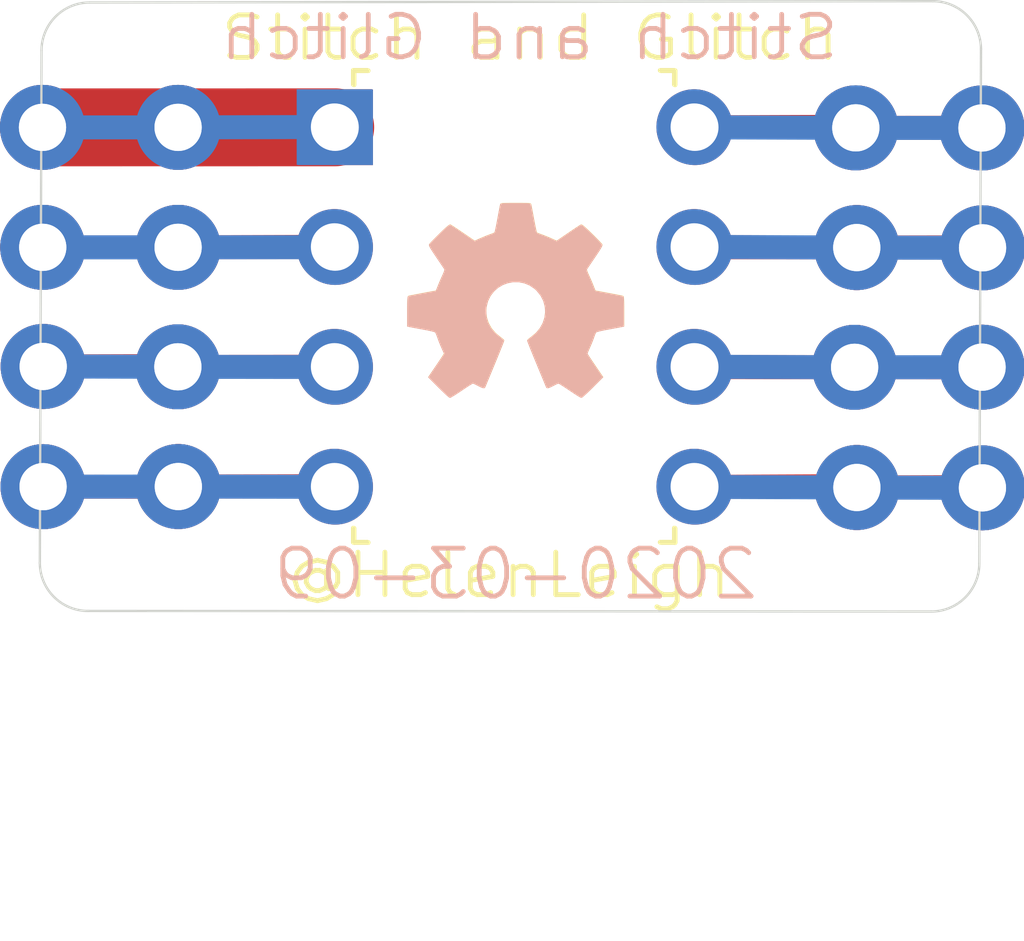
<source format=kicad_pcb>
(kicad_pcb (version 20200119) (host pcbnew "(5.99.0-1221-g4a6c03e7f)")

  (general
    (thickness 1.6)
    (drawings 16)
    (tracks 33)
    (modules 20)
    (nets 7)
  )

  (page "A4")
  (layers
    (0 "F.Cu" signal)
    (31 "B.Cu" signal)
    (32 "B.Adhes" user)
    (33 "F.Adhes" user)
    (34 "B.Paste" user)
    (35 "F.Paste" user)
    (36 "B.SilkS" user hide)
    (37 "F.SilkS" user hide)
    (38 "B.Mask" user)
    (39 "F.Mask" user)
    (40 "Dwgs.User" user)
    (41 "Cmts.User" user)
    (42 "Eco1.User" user)
    (43 "Eco2.User" user)
    (44 "Edge.Cuts" user)
    (45 "Margin" user)
    (46 "B.CrtYd" user)
    (47 "F.CrtYd" user)
    (48 "B.Fab" user)
    (49 "F.Fab" user)
  )

  (setup
    (stackup
      (layer "F.SilkS" (type "Top Silk Screen"))
      (layer "F.Paste" (type "Top Solder Paste"))
      (layer "F.Mask" (type "Top Solder Mask") (color "Green") (thickness 0.01))
      (layer "F.Cu" (type "copper") (thickness 0.035))
      (layer "dielectric 1" (type "core") (thickness 1.51) (material "FR4") (epsilon_r 4.5) (loss_tangent 0.02))
      (layer "B.Cu" (type "copper") (thickness 0.035))
      (layer "B.Mask" (type "Bottom Solder Mask") (color "Green") (thickness 0.01))
      (layer "B.Paste" (type "Bottom Solder Paste"))
      (layer "B.SilkS" (type "Bottom Silk Screen"))
      (copper_finish "None")
      (dielectric_constraints no)
    )
    (last_trace_width 0.508)
    (trace_clearance 0.254)
    (zone_clearance 0.508)
    (zone_45_only no)
    (trace_min 0.2)
    (via_size 0.8)
    (via_drill 0.4)
    (via_min_size 0.4)
    (via_min_drill 0.3)
    (uvia_size 0.3)
    (uvia_drill 0.1)
    (uvias_allowed no)
    (uvia_min_size 0.2)
    (uvia_min_drill 0.1)
    (max_error 0.005)
    (defaults
      (edge_clearance 0.01)
      (edge_cuts_line_width 0.05)
      (courtyard_line_width 0.05)
      (copper_line_width 0.2)
      (copper_text_dims (size 1.5 1.5) (thickness 0.3))
      (silk_line_width 0.12)
      (silk_text_dims (size 1 1) (thickness 0.15))
      (other_layers_line_width 0.1)
      (other_layers_text_dims (size 1 1) (thickness 0.15))
      (dimension_units 0)
      (dimension_precision 1)
    )
    (pad_size 1.6 1.6)
    (pad_drill 1)
    (pad_to_mask_clearance 0.051)
    (solder_mask_min_width 0.25)
    (aux_axis_origin 0 0)
    (grid_origin 108.99902 65.97904)
    (visible_elements FFFFFF7F)
    (pcbplotparams
      (layerselection 0x010fc_ffffffff)
      (usegerberextensions false)
      (usegerberattributes false)
      (usegerberadvancedattributes false)
      (creategerberjobfile false)
      (excludeedgelayer true)
      (linewidth 0.100000)
      (plotframeref false)
      (viasonmask false)
      (mode 1)
      (useauxorigin false)
      (hpglpennumber 1)
      (hpglpenspeed 20)
      (hpglpendiameter 15.000000)
      (psnegative false)
      (psa4output false)
      (plotreference true)
      (plotvalue true)
      (plotinvisibletext false)
      (padsonsilk false)
      (subtractmaskfromsilk false)
      (outputformat 1)
      (mirror false)
      (drillshape 0)
      (scaleselection 1)
      (outputdirectory "gerbers/")
    )
  )

  (net 0 "")
  (net 1 "Net-(J1-Pad1)")
  (net 2 "+3V3")
  (net 3 "Net-(J4-Pad1)")
  (net 4 "Net-(J15-Pad1)")
  (net 5 "GND")
  (net 6 "Net-(J11-Pad1)")

  (net_class "Default" "This is the default net class."
    (clearance 0.254)
    (trace_width 0.508)
    (via_dia 0.8)
    (via_drill 0.4)
    (uvia_dia 0.3)
    (uvia_drill 0.1)
    (add_net "+3V3")
    (add_net "GND")
    (add_net "Net-(J1-Pad1)")
    (add_net "Net-(J11-Pad1)")
    (add_net "Net-(J15-Pad1)")
    (add_net "Net-(J4-Pad1)")
  )

  (module "Symbol:OSHW-Logo2_7.3x6mm_Copper" (layer "B.Cu") (tedit 5E8BA2DA) (tstamp fbd1ca40-bfc6-428b-95e0-3a8bd54a7746)
    (at 118.97902 67.88904 180)
    (descr "Open Source Hardware Symbol")
    (tags "Logo Symbol OSHW")
    (attr virtual)
    (fp_text reference "REF**" (at 0 0) (layer "B.SilkS") hide
      (effects (font (size 1 1) (thickness 0.15)) (justify mirror))
    )
    (fp_text value "OSHW-Logo2_7.3x6mm_Copper" (at 0.75 0) (layer "B.Fab") hide
      (effects (font (size 1 1) (thickness 0.15)) (justify mirror))
    )
    (fp_poly (pts (xy 0.10391 2.757652) (xy 0.182454 2.757222) (xy 0.239298 2.756058) (xy 0.278105 2.753793)
      (xy 0.302538 2.75006) (xy 0.316262 2.744494) (xy 0.32294 2.736727) (xy 0.326236 2.726395)
      (xy 0.326556 2.725057) (xy 0.331562 2.700921) (xy 0.340829 2.653299) (xy 0.353392 2.587259)
      (xy 0.368287 2.507872) (xy 0.384551 2.420204) (xy 0.385119 2.417125) (xy 0.40141 2.331211)
      (xy 0.416652 2.255304) (xy 0.429861 2.193955) (xy 0.440054 2.151718) (xy 0.446248 2.133145)
      (xy 0.446543 2.132816) (xy 0.464788 2.123747) (xy 0.502405 2.108633) (xy 0.551271 2.090738)
      (xy 0.551543 2.090642) (xy 0.613093 2.067507) (xy 0.685657 2.038035) (xy 0.754057 2.008403)
      (xy 0.757294 2.006938) (xy 0.868702 1.956374) (xy 1.115399 2.12484) (xy 1.191077 2.176197)
      (xy 1.259631 2.222111) (xy 1.317088 2.25997) (xy 1.359476 2.287163) (xy 1.382825 2.301079)
      (xy 1.385042 2.302111) (xy 1.40201 2.297516) (xy 1.433701 2.275345) (xy 1.481352 2.234553)
      (xy 1.546198 2.174095) (xy 1.612397 2.109773) (xy 1.676214 2.046388) (xy 1.733329 1.988549)
      (xy 1.780305 1.939825) (xy 1.813703 1.90379) (xy 1.830085 1.884016) (xy 1.830694 1.882998)
      (xy 1.832505 1.869428) (xy 1.825683 1.847267) (xy 1.80854 1.813522) (xy 1.779393 1.7652)
      (xy 1.736555 1.699308) (xy 1.679448 1.614483) (xy 1.628766 1.539823) (xy 1.583461 1.47286)
      (xy 1.54615 1.417484) (xy 1.519452 1.37758) (xy 1.505985 1.357038) (xy 1.505137 1.355644)
      (xy 1.506781 1.335962) (xy 1.519245 1.297707) (xy 1.540048 1.248111) (xy 1.547462 1.232272)
      (xy 1.579814 1.16171) (xy 1.614328 1.081647) (xy 1.642365 1.012371) (xy 1.662568 0.960955)
      (xy 1.678615 0.921881) (xy 1.687888 0.901459) (xy 1.689041 0.899886) (xy 1.706096 0.897279)
      (xy 1.746298 0.890137) (xy 1.804302 0.879477) (xy 1.874763 0.866315) (xy 1.952335 0.851667)
      (xy 2.031672 0.836551) (xy 2.107431 0.821982) (xy 2.174264 0.808978) (xy 2.226828 0.798555)
      (xy 2.259776 0.79173) (xy 2.267857 0.789801) (xy 2.276205 0.785038) (xy 2.282506 0.774282)
      (xy 2.287045 0.753902) (xy 2.290104 0.720266) (xy 2.291967 0.669745) (xy 2.292918 0.598708)
      (xy 2.29324 0.503524) (xy 2.293257 0.464508) (xy 2.293257 0.147201) (xy 2.217057 0.132161)
      (xy 2.174663 0.124005) (xy 2.1114 0.112101) (xy 2.034962 0.097884) (xy 1.953043 0.08279)
      (xy 1.9304 0.078645) (xy 1.854806 0.063947) (xy 1.788953 0.049495) (xy 1.738366 0.036625)
      (xy 1.708574 0.026678) (xy 1.703612 0.023713) (xy 1.691426 0.002717) (xy 1.673953 -0.037967)
      (xy 1.654577 -0.090322) (xy 1.650734 -0.1016) (xy 1.625339 -0.171523) (xy 1.593817 -0.250418)
      (xy 1.562969 -0.321266) (xy 1.562817 -0.321595) (xy 1.511447 -0.432733) (xy 1.680399 -0.681253)
      (xy 1.849352 -0.929772) (xy 1.632429 -1.147058) (xy 1.566819 -1.211726) (xy 1.506979 -1.268733)
      (xy 1.456267 -1.315033) (xy 1.418046 -1.347584) (xy 1.395675 -1.363343) (xy 1.392466 -1.364343)
      (xy 1.373626 -1.356469) (xy 1.33518 -1.334578) (xy 1.28133 -1.301267) (xy 1.216276 -1.259131)
      (xy 1.14594 -1.211943) (xy 1.074555 -1.16381) (xy 1.010908 -1.121928) (xy 0.959041 -1.088871)
      (xy 0.922995 -1.067218) (xy 0.906867 -1.059543) (xy 0.887189 -1.066037) (xy 0.849875 -1.08315)
      (xy 0.802621 -1.107326) (xy 0.797612 -1.110013) (xy 0.733977 -1.141927) (xy 0.690341 -1.157579)
      (xy 0.663202 -1.157745) (xy 0.649057 -1.143204) (xy 0.648975 -1.143) (xy 0.641905 -1.125779)
      (xy 0.625042 -1.084899) (xy 0.599695 -1.023525) (xy 0.567171 -0.944819) (xy 0.528778 -0.851947)
      (xy 0.485822 -0.748072) (xy 0.444222 -0.647502) (xy 0.398504 -0.536516) (xy 0.356526 -0.433703)
      (xy 0.319548 -0.342215) (xy 0.288827 -0.265201) (xy 0.265622 -0.205815) (xy 0.25119 -0.167209)
      (xy 0.246743 -0.1528) (xy 0.257896 -0.136272) (xy 0.287069 -0.10993) (xy 0.325971 -0.080887)
      (xy 0.436757 0.010961) (xy 0.523351 0.116241) (xy 0.584716 0.232734) (xy 0.619815 0.358224)
      (xy 0.627608 0.490493) (xy 0.621943 0.551543) (xy 0.591078 0.678205) (xy 0.53792 0.790059)
      (xy 0.465767 0.885999) (xy 0.377917 0.964924) (xy 0.277665 1.02573) (xy 0.16831 1.067313)
      (xy 0.053147 1.088572) (xy -0.064525 1.088401) (xy -0.18141 1.065699) (xy -0.294211 1.019362)
      (xy -0.399631 0.948287) (xy -0.443632 0.908089) (xy -0.528021 0.804871) (xy -0.586778 0.692075)
      (xy -0.620296 0.57299) (xy -0.628965 0.450905) (xy -0.613177 0.329107) (xy -0.573322 0.210884)
      (xy -0.509793 0.099525) (xy -0.422979 -0.001684) (xy -0.325971 -0.080887) (xy -0.285563 -0.111162)
      (xy -0.257018 -0.137219) (xy -0.246743 -0.152825) (xy -0.252123 -0.169843) (xy -0.267425 -0.2105)
      (xy -0.291388 -0.271642) (xy -0.322756 -0.350119) (xy -0.360268 -0.44278) (xy -0.402667 -0.546472)
      (xy -0.444337 -0.647526) (xy -0.49031 -0.758607) (xy -0.532893 -0.861541) (xy -0.570779 -0.953165)
      (xy -0.60266 -1.030316) (xy -0.627229 -1.089831) (xy -0.64318 -1.128544) (xy -0.64909 -1.143)
      (xy -0.663052 -1.157685) (xy -0.69006 -1.157642) (xy -0.733587 -1.142099) (xy -0.79711 -1.110284)
      (xy -0.797612 -1.110013) (xy -0.84544 -1.085323) (xy -0.884103 -1.067338) (xy -0.905905 -1.059614)
      (xy -0.906867 -1.059543) (xy -0.923279 -1.067378) (xy -0.959513 -1.089165) (xy -1.011526 -1.122328)
      (xy -1.075275 -1.164291) (xy -1.14594 -1.211943) (xy -1.217884 -1.260191) (xy -1.282726 -1.302151)
      (xy -1.336265 -1.335227) (xy -1.374303 -1.356821) (xy -1.392467 -1.364343) (xy -1.409192 -1.354457)
      (xy -1.44282 -1.326826) (xy -1.48999 -1.284495) (xy -1.547342 -1.230505) (xy -1.611516 -1.167899)
      (xy -1.632503 -1.146983) (xy -1.849501 -0.929623) (xy -1.684332 -0.68722) (xy -1.634136 -0.612781)
      (xy -1.590081 -0.545972) (xy -1.554638 -0.490665) (xy -1.530281 -0.450729) (xy -1.519478 -0.430036)
      (xy -1.519162 -0.428563) (xy -1.524857 -0.409058) (xy -1.540174 -0.369822) (xy -1.562463 -0.31743)
      (xy -1.578107 -0.282355) (xy -1.607359 -0.215201) (xy -1.634906 -0.147358) (xy -1.656263 -0.090034)
      (xy -1.662065 -0.072572) (xy -1.678548 -0.025938) (xy -1.69466 0.010095) (xy -1.70351 0.023713)
      (xy -1.72304 0.032048) (xy -1.765666 0.043863) (xy -1.825855 0.057819) (xy -1.898078 0.072578)
      (xy -1.9304 0.078645) (xy -2.012478 0.093727) (xy -2.091205 0.108331) (xy -2.158891 0.12102)
      (xy -2.20784 0.130358) (xy -2.217057 0.132161) (xy -2.293257 0.147201) (xy -2.293257 0.464508)
      (xy -2.293086 0.568846) (xy -2.292384 0.647787) (xy -2.290866 0.704962) (xy -2.288251 0.744001)
      (xy -2.284254 0.768535) (xy -2.278591 0.782195) (xy -2.27098 0.788611) (xy -2.267857 0.789801)
      (xy -2.249022 0.79402) (xy -2.207412 0.802438) (xy -2.14837 0.814039) (xy -2.077243 0.827805)
      (xy -1.999375 0.84272) (xy -1.920113 0.857768) (xy -1.844802 0.871931) (xy -1.778787 0.884194)
      (xy -1.727413 0.893539) (xy -1.696025 0.89895) (xy -1.689041 0.899886) (xy -1.682715 0.912404)
      (xy -1.66871 0.945754) (xy -1.649645 0.993623) (xy -1.642366 1.012371) (xy -1.613004 1.084805)
      (xy -1.578429 1.16483) (xy -1.547463 1.232272) (xy -1.524677 1.283841) (xy -1.509518 1.326215)
      (xy -1.504458 1.352166) (xy -1.505264 1.355644) (xy -1.515959 1.372064) (xy -1.54038 1.408583)
      (xy -1.575905 1.461313) (xy -1.619913 1.526365) (xy -1.669783 1.599849) (xy -1.679644 1.614355)
      (xy -1.737508 1.700296) (xy -1.780044 1.765739) (xy -1.808946 1.813696) (xy -1.82591 1.84718)
      (xy -1.832633 1.869205) (xy -1.83081 1.882783) (xy -1.830764 1.882869) (xy -1.816414 1.900703)
      (xy -1.784677 1.935183) (xy -1.73899 1.982732) (xy -1.682796 2.039778) (xy -1.619532 2.102745)
      (xy -1.612398 2.109773) (xy -1.53267 2.18698) (xy -1.471143 2.24367) (xy -1.426579 2.28089)
      (xy -1.397743 2.299685) (xy -1.385042 2.302111) (xy -1.366506 2.291529) (xy -1.328039 2.267084)
      (xy -1.273614 2.231388) (xy -1.207202 2.187053) (xy -1.132775 2.136689) (xy -1.115399 2.12484)
      (xy -0.868703 1.956374) (xy -0.757294 2.006938) (xy -0.689543 2.036405) (xy -0.616817 2.066041)
      (xy -0.554297 2.08967) (xy -0.551543 2.090642) (xy -0.50264 2.108543) (xy -0.464943 2.12368)
      (xy -0.446575 2.13279) (xy -0.446544 2.132816) (xy -0.440715 2.149283) (xy -0.430808 2.189781)
      (xy -0.417805 2.249758) (xy -0.402691 2.32466) (xy -0.386448 2.409936) (xy -0.385119 2.417125)
      (xy -0.368825 2.504986) (xy -0.353867 2.58474) (xy -0.341209 2.651319) (xy -0.331814 2.699653)
      (xy -0.326646 2.724675) (xy -0.326556 2.725057) (xy -0.323411 2.735701) (xy -0.317296 2.743738)
      (xy -0.304547 2.749533) (xy -0.2815 2.753453) (xy -0.244491 2.755865) (xy -0.189856 2.757135)
      (xy -0.113933 2.757629) (xy -0.013056 2.757714) (xy 0 2.757714) (xy 0.10391 2.757652)) (layer "B.SilkS") (width 0.01))
  )

  (module "Symbol:OSHW-Logo2_7.3x6mm_Copper" (layer "F.Cu") (tedit 5E8BA2DA) (tstamp 00000000-0000-0000-0000-00005e5e99ab)
    (at 118.98122 67.88404)
    (descr "Open Source Hardware Symbol")
    (tags "Logo Symbol OSHW")
    (attr virtual)
    (fp_text reference "REF**" (at 0 0) (layer "F.SilkS") hide
      (effects (font (size 1 1) (thickness 0.15)))
    )
    (fp_text value "OSHW-Logo2_7.3x6mm_Copper" (at 0.75 0) (layer "F.Fab") hide
      (effects (font (size 1 1) (thickness 0.15)))
    )
    (fp_poly (pts (xy 0.10391 -2.757652) (xy 0.182454 -2.757222) (xy 0.239298 -2.756058) (xy 0.278105 -2.753793)
      (xy 0.302538 -2.75006) (xy 0.316262 -2.744494) (xy 0.32294 -2.736727) (xy 0.326236 -2.726395)
      (xy 0.326556 -2.725057) (xy 0.331562 -2.700921) (xy 0.340829 -2.653299) (xy 0.353392 -2.587259)
      (xy 0.368287 -2.507872) (xy 0.384551 -2.420204) (xy 0.385119 -2.417125) (xy 0.40141 -2.331211)
      (xy 0.416652 -2.255304) (xy 0.429861 -2.193955) (xy 0.440054 -2.151718) (xy 0.446248 -2.133145)
      (xy 0.446543 -2.132816) (xy 0.464788 -2.123747) (xy 0.502405 -2.108633) (xy 0.551271 -2.090738)
      (xy 0.551543 -2.090642) (xy 0.613093 -2.067507) (xy 0.685657 -2.038035) (xy 0.754057 -2.008403)
      (xy 0.757294 -2.006938) (xy 0.868702 -1.956374) (xy 1.115399 -2.12484) (xy 1.191077 -2.176197)
      (xy 1.259631 -2.222111) (xy 1.317088 -2.25997) (xy 1.359476 -2.287163) (xy 1.382825 -2.301079)
      (xy 1.385042 -2.302111) (xy 1.40201 -2.297516) (xy 1.433701 -2.275345) (xy 1.481352 -2.234553)
      (xy 1.546198 -2.174095) (xy 1.612397 -2.109773) (xy 1.676214 -2.046388) (xy 1.733329 -1.988549)
      (xy 1.780305 -1.939825) (xy 1.813703 -1.90379) (xy 1.830085 -1.884016) (xy 1.830694 -1.882998)
      (xy 1.832505 -1.869428) (xy 1.825683 -1.847267) (xy 1.80854 -1.813522) (xy 1.779393 -1.7652)
      (xy 1.736555 -1.699308) (xy 1.679448 -1.614483) (xy 1.628766 -1.539823) (xy 1.583461 -1.47286)
      (xy 1.54615 -1.417484) (xy 1.519452 -1.37758) (xy 1.505985 -1.357038) (xy 1.505137 -1.355644)
      (xy 1.506781 -1.335962) (xy 1.519245 -1.297707) (xy 1.540048 -1.248111) (xy 1.547462 -1.232272)
      (xy 1.579814 -1.16171) (xy 1.614328 -1.081647) (xy 1.642365 -1.012371) (xy 1.662568 -0.960955)
      (xy 1.678615 -0.921881) (xy 1.687888 -0.901459) (xy 1.689041 -0.899886) (xy 1.706096 -0.897279)
      (xy 1.746298 -0.890137) (xy 1.804302 -0.879477) (xy 1.874763 -0.866315) (xy 1.952335 -0.851667)
      (xy 2.031672 -0.836551) (xy 2.107431 -0.821982) (xy 2.174264 -0.808978) (xy 2.226828 -0.798555)
      (xy 2.259776 -0.79173) (xy 2.267857 -0.789801) (xy 2.276205 -0.785038) (xy 2.282506 -0.774282)
      (xy 2.287045 -0.753902) (xy 2.290104 -0.720266) (xy 2.291967 -0.669745) (xy 2.292918 -0.598708)
      (xy 2.29324 -0.503524) (xy 2.293257 -0.464508) (xy 2.293257 -0.147201) (xy 2.217057 -0.132161)
      (xy 2.174663 -0.124005) (xy 2.1114 -0.112101) (xy 2.034962 -0.097884) (xy 1.953043 -0.08279)
      (xy 1.9304 -0.078645) (xy 1.854806 -0.063947) (xy 1.788953 -0.049495) (xy 1.738366 -0.036625)
      (xy 1.708574 -0.026678) (xy 1.703612 -0.023713) (xy 1.691426 -0.002717) (xy 1.673953 0.037967)
      (xy 1.654577 0.090322) (xy 1.650734 0.1016) (xy 1.625339 0.171523) (xy 1.593817 0.250418)
      (xy 1.562969 0.321266) (xy 1.562817 0.321595) (xy 1.511447 0.432733) (xy 1.680399 0.681253)
      (xy 1.849352 0.929772) (xy 1.632429 1.147058) (xy 1.566819 1.211726) (xy 1.506979 1.268733)
      (xy 1.456267 1.315033) (xy 1.418046 1.347584) (xy 1.395675 1.363343) (xy 1.392466 1.364343)
      (xy 1.373626 1.356469) (xy 1.33518 1.334578) (xy 1.28133 1.301267) (xy 1.216276 1.259131)
      (xy 1.14594 1.211943) (xy 1.074555 1.16381) (xy 1.010908 1.121928) (xy 0.959041 1.088871)
      (xy 0.922995 1.067218) (xy 0.906867 1.059543) (xy 0.887189 1.066037) (xy 0.849875 1.08315)
      (xy 0.802621 1.107326) (xy 0.797612 1.110013) (xy 0.733977 1.141927) (xy 0.690341 1.157579)
      (xy 0.663202 1.157745) (xy 0.649057 1.143204) (xy 0.648975 1.143) (xy 0.641905 1.125779)
      (xy 0.625042 1.084899) (xy 0.599695 1.023525) (xy 0.567171 0.944819) (xy 0.528778 0.851947)
      (xy 0.485822 0.748072) (xy 0.444222 0.647502) (xy 0.398504 0.536516) (xy 0.356526 0.433703)
      (xy 0.319548 0.342215) (xy 0.288827 0.265201) (xy 0.265622 0.205815) (xy 0.25119 0.167209)
      (xy 0.246743 0.1528) (xy 0.257896 0.136272) (xy 0.287069 0.10993) (xy 0.325971 0.080887)
      (xy 0.436757 -0.010961) (xy 0.523351 -0.116241) (xy 0.584716 -0.232734) (xy 0.619815 -0.358224)
      (xy 0.627608 -0.490493) (xy 0.621943 -0.551543) (xy 0.591078 -0.678205) (xy 0.53792 -0.790059)
      (xy 0.465767 -0.885999) (xy 0.377917 -0.964924) (xy 0.277665 -1.02573) (xy 0.16831 -1.067313)
      (xy 0.053147 -1.088572) (xy -0.064525 -1.088401) (xy -0.18141 -1.065699) (xy -0.294211 -1.019362)
      (xy -0.399631 -0.948287) (xy -0.443632 -0.908089) (xy -0.528021 -0.804871) (xy -0.586778 -0.692075)
      (xy -0.620296 -0.57299) (xy -0.628965 -0.450905) (xy -0.613177 -0.329107) (xy -0.573322 -0.210884)
      (xy -0.509793 -0.099525) (xy -0.422979 0.001684) (xy -0.325971 0.080887) (xy -0.285563 0.111162)
      (xy -0.257018 0.137219) (xy -0.246743 0.152825) (xy -0.252123 0.169843) (xy -0.267425 0.2105)
      (xy -0.291388 0.271642) (xy -0.322756 0.350119) (xy -0.360268 0.44278) (xy -0.402667 0.546472)
      (xy -0.444337 0.647526) (xy -0.49031 0.758607) (xy -0.532893 0.861541) (xy -0.570779 0.953165)
      (xy -0.60266 1.030316) (xy -0.627229 1.089831) (xy -0.64318 1.128544) (xy -0.64909 1.143)
      (xy -0.663052 1.157685) (xy -0.69006 1.157642) (xy -0.733587 1.142099) (xy -0.79711 1.110284)
      (xy -0.797612 1.110013) (xy -0.84544 1.085323) (xy -0.884103 1.067338) (xy -0.905905 1.059614)
      (xy -0.906867 1.059543) (xy -0.923279 1.067378) (xy -0.959513 1.089165) (xy -1.011526 1.122328)
      (xy -1.075275 1.164291) (xy -1.14594 1.211943) (xy -1.217884 1.260191) (xy -1.282726 1.302151)
      (xy -1.336265 1.335227) (xy -1.374303 1.356821) (xy -1.392467 1.364343) (xy -1.409192 1.354457)
      (xy -1.44282 1.326826) (xy -1.48999 1.284495) (xy -1.547342 1.230505) (xy -1.611516 1.167899)
      (xy -1.632503 1.146983) (xy -1.849501 0.929623) (xy -1.684332 0.68722) (xy -1.634136 0.612781)
      (xy -1.590081 0.545972) (xy -1.554638 0.490665) (xy -1.530281 0.450729) (xy -1.519478 0.430036)
      (xy -1.519162 0.428563) (xy -1.524857 0.409058) (xy -1.540174 0.369822) (xy -1.562463 0.31743)
      (xy -1.578107 0.282355) (xy -1.607359 0.215201) (xy -1.634906 0.147358) (xy -1.656263 0.090034)
      (xy -1.662065 0.072572) (xy -1.678548 0.025938) (xy -1.69466 -0.010095) (xy -1.70351 -0.023713)
      (xy -1.72304 -0.032048) (xy -1.765666 -0.043863) (xy -1.825855 -0.057819) (xy -1.898078 -0.072578)
      (xy -1.9304 -0.078645) (xy -2.012478 -0.093727) (xy -2.091205 -0.108331) (xy -2.158891 -0.12102)
      (xy -2.20784 -0.130358) (xy -2.217057 -0.132161) (xy -2.293257 -0.147201) (xy -2.293257 -0.464508)
      (xy -2.293086 -0.568846) (xy -2.292384 -0.647787) (xy -2.290866 -0.704962) (xy -2.288251 -0.744001)
      (xy -2.284254 -0.768535) (xy -2.278591 -0.782195) (xy -2.27098 -0.788611) (xy -2.267857 -0.789801)
      (xy -2.249022 -0.79402) (xy -2.207412 -0.802438) (xy -2.14837 -0.814039) (xy -2.077243 -0.827805)
      (xy -1.999375 -0.84272) (xy -1.920113 -0.857768) (xy -1.844802 -0.871931) (xy -1.778787 -0.884194)
      (xy -1.727413 -0.893539) (xy -1.696025 -0.89895) (xy -1.689041 -0.899886) (xy -1.682715 -0.912404)
      (xy -1.66871 -0.945754) (xy -1.649645 -0.993623) (xy -1.642366 -1.012371) (xy -1.613004 -1.084805)
      (xy -1.578429 -1.16483) (xy -1.547463 -1.232272) (xy -1.524677 -1.283841) (xy -1.509518 -1.326215)
      (xy -1.504458 -1.352166) (xy -1.505264 -1.355644) (xy -1.515959 -1.372064) (xy -1.54038 -1.408583)
      (xy -1.575905 -1.461313) (xy -1.619913 -1.526365) (xy -1.669783 -1.599849) (xy -1.679644 -1.614355)
      (xy -1.737508 -1.700296) (xy -1.780044 -1.765739) (xy -1.808946 -1.813696) (xy -1.82591 -1.84718)
      (xy -1.832633 -1.869205) (xy -1.83081 -1.882783) (xy -1.830764 -1.882869) (xy -1.816414 -1.900703)
      (xy -1.784677 -1.935183) (xy -1.73899 -1.982732) (xy -1.682796 -2.039778) (xy -1.619532 -2.102745)
      (xy -1.612398 -2.109773) (xy -1.53267 -2.18698) (xy -1.471143 -2.24367) (xy -1.426579 -2.28089)
      (xy -1.397743 -2.299685) (xy -1.385042 -2.302111) (xy -1.366506 -2.291529) (xy -1.328039 -2.267084)
      (xy -1.273614 -2.231388) (xy -1.207202 -2.187053) (xy -1.132775 -2.136689) (xy -1.115399 -2.12484)
      (xy -0.868703 -1.956374) (xy -0.757294 -2.006938) (xy -0.689543 -2.036405) (xy -0.616817 -2.066041)
      (xy -0.554297 -2.08967) (xy -0.551543 -2.090642) (xy -0.50264 -2.108543) (xy -0.464943 -2.12368)
      (xy -0.446575 -2.13279) (xy -0.446544 -2.132816) (xy -0.440715 -2.149283) (xy -0.430808 -2.189781)
      (xy -0.417805 -2.249758) (xy -0.402691 -2.32466) (xy -0.386448 -2.409936) (xy -0.385119 -2.417125)
      (xy -0.368825 -2.504986) (xy -0.353867 -2.58474) (xy -0.341209 -2.651319) (xy -0.331814 -2.699653)
      (xy -0.326646 -2.724675) (xy -0.326556 -2.725057) (xy -0.323411 -2.735701) (xy -0.317296 -2.743738)
      (xy -0.304547 -2.749533) (xy -0.2815 -2.753453) (xy -0.244491 -2.755865) (xy -0.189856 -2.757135)
      (xy -0.113933 -2.757629) (xy -0.013056 -2.757714) (xy 0 -2.757714) (xy 0.10391 -2.757652)) (layer "F.SilkS") (width 0.01))
  )

  (module "touch:hole30AWG" (layer "F.Cu") (tedit 5E6620B7) (tstamp 00000000-0000-0000-0000-00005e3cdf02)
    (at 108.95584 63.52286)
    (path "/00000000-0000-0000-0000-00005e3e48e9")
    (fp_text reference "J15" (at 0 0.5) (layer "F.SilkS") hide
      (effects (font (size 1 1) (thickness 0.15)))
    )
    (fp_text value "Conn_01x01_Female" (at 0 -0.5) (layer "F.Fab") hide
      (effects (font (size 1 1) (thickness 0.15)))
    )
    (pad "1" thru_hole circle (at 0 0) (size 1.8 1.8) (drill 1) (layers "F.Cu" "F.Mask")
      (net 4 "Net-(J15-Pad1)") (tstamp 01135489-7d1f-485a-a9ef-901e1b8df6b8))
    (pad "1" thru_hole circle (at 0 0) (size 1.8 1.8) (drill 1) (layers "B.Cu" "B.Mask")
      (net 4 "Net-(J15-Pad1)") (tstamp a601829f-0418-434d-89ff-c764e1fbe33a))
  )

  (module "digikey-footprints:DIP-8_W7.62mm" (layer "F.Cu") (tedit 5B86B3A2) (tstamp a378e2c5-96a4-4b1d-b5b0-e280d729416f)
    (at 115.14074 63.51524)
    (descr "http://media.digikey.com/pdf/Data%20Sheets/Lite-On%20PDFs/6N137%20Series.pdf")
    (path "/00000000-0000-0000-0000-00005e3c859c")
    (fp_text reference "U1" (at 4.05 -2.52) (layer "F.SilkS") hide
      (effects (font (size 1 1) (thickness 0.15)))
    )
    (fp_text value "LM386" (at 3.94 10.33) (layer "F.Fab") hide
      (effects (font (size 1 1) (thickness 0.15)))
    )
    (fp_line (start -1.05 8.89) (end 8.67 8.89) (layer "F.CrtYd") (width 0.1))
    (fp_line (start -1.05 -1.29) (end -1.05 8.89) (layer "F.CrtYd") (width 0.1))
    (fp_line (start 8.67 -1.29) (end 8.67 8.89) (layer "F.CrtYd") (width 0.1))
    (fp_line (start -1.05 -1.29) (end 8.67 -1.29) (layer "F.CrtYd") (width 0.1))
    (fp_line (start 0.4 -0.9) (end 0.4 -1.2) (layer "F.SilkS") (width 0.1))
    (fp_line (start 0.4 -1.2) (end 0.7 -1.2) (layer "F.SilkS") (width 0.1))
    (fp_line (start 7.2 -0.9) (end 7.2 -1.2) (layer "F.SilkS") (width 0.1))
    (fp_line (start 7.2 -1.2) (end 6.9 -1.2) (layer "F.SilkS") (width 0.1))
    (fp_line (start 7.2 8.5) (end 7.2 8.8) (layer "F.SilkS") (width 0.1))
    (fp_line (start 7.2 8.8) (end 6.9 8.8) (layer "F.SilkS") (width 0.1))
    (fp_line (start 0.4 8.5) (end 0.4 8.8) (layer "F.SilkS") (width 0.1))
    (fp_line (start 0.4 8.8) (end 0.7 8.8) (layer "F.SilkS") (width 0.1))
    (fp_line (start 0.55 8.64) (end 7.05 8.64) (layer "F.Fab") (width 0.1))
    (fp_line (start 0.55 -1.04) (end 7.05 -1.04) (layer "F.Fab") (width 0.1))
    (fp_line (start 7.05 -1.04) (end 7.05 8.64) (layer "F.Fab") (width 0.1))
    (fp_line (start 0.55 -1.04) (end 0.55 8.64) (layer "F.Fab") (width 0.1))
    (fp_text user "REF**" (at 3.94 3.49) (layer "F.Fab") hide
      (effects (font (size 1 1) (thickness 0.1)))
    )
    (pad "8" thru_hole circle (at 7.62 0) (size 1.6 1.6) (drill 1) (layers *.Cu *.Mask)
      (net 6 "Net-(J11-Pad1)") (tstamp 35296e38-5d7f-44df-b3a1-fe0b20905c77))
    (pad "7" thru_hole circle (at 7.62 2.54) (size 1.6 1.6) (drill 1) (layers *.Cu *.Mask)
      (net 1 "Net-(J1-Pad1)") (tstamp c41a0720-fb5c-4835-b15b-af0f52d1ced2))
    (pad "6" thru_hole circle (at 7.62 5.08) (size 1.6 1.6) (drill 1) (layers *.Cu *.Mask)
      (net 2 "+3V3") (tstamp b9fb27d1-a25d-472b-942d-54793d689cdc))
    (pad "5" thru_hole circle (at 7.62 7.62) (size 1.6 1.6) (drill 1) (layers *.Cu *.Mask)
      (net 3 "Net-(J4-Pad1)") (tstamp 82cd07cf-2b11-4e18-9b04-fd602c3744f2))
    (pad "4" thru_hole circle (at 0 7.62) (size 1.6 1.6) (drill 1) (layers *.Cu *.Mask)
      (net 5 "GND") (tstamp 70c9a4ab-e1d3-46f6-95d6-5f146618dc7e))
    (pad "3" thru_hole circle (at 0 5.08) (size 1.6 1.6) (drill 1) (layers *.Cu *.Mask)
      (net 2 "+3V3") (tstamp de5bee45-32f4-4487-b2bf-40733bc3ee84))
    (pad "2" thru_hole circle (at 0 2.54) (size 1.6 1.6) (drill 1) (layers *.Cu *.Mask)
      (net 5 "GND") (tstamp 616f5921-6afb-42cb-887d-31efbc14ca17))
    (pad "1" thru_hole rect (at 0 0) (size 1.6 1.6) (drill 1) (layers *.Cu *.Mask)
      (net 4 "Net-(J15-Pad1)") (tstamp 9fb0ff4d-ac90-4c3f-9f55-169bdd9fb5b0))
    (model "${KISYS3DMOD}/Housings_DIP.3dshapes/DIP-8_W7.62mm.wrl"
      (at (xyz 0 0 0))
      (scale (xyz 1 1 1))
      (rotate (xyz 0 0 0))
    )
  )

  (module "touch:hole30AWG" (layer "F.Cu") (tedit 5E6620B7) (tstamp 00000000-0000-0000-0000-00005e3cdedf)
    (at 111.82858 63.52286)
    (path "/00000000-0000-0000-0000-00005e3e8a2f")
    (fp_text reference "J8" (at 0.22844 1.69934) (layer "F.SilkS") hide
      (effects (font (size 1 1) (thickness 0.15)))
    )
    (fp_text value "Conn_01x01_Female" (at 0 -0.5) (layer "F.Fab") hide
      (effects (font (size 1 1) (thickness 0.15)))
    )
    (pad "1" thru_hole circle (at 0 0) (size 1.8 1.8) (drill 1) (layers "F.Cu" "F.Mask")
      (net 4 "Net-(J15-Pad1)") (tstamp 7ab1d3d5-cda5-4d19-b2a0-ff47f31cc1c7))
    (pad "1" thru_hole circle (at 0 0) (size 1.8 1.8) (drill 1) (layers "B.Cu" "B.Mask")
      (net 4 "Net-(J15-Pad1)") (tstamp 1a8c4bef-858b-4879-9d64-8ffac2243308))
  )

  (module "touch:hole30AWG" (layer "F.Cu") (tedit 5E6620B7) (tstamp 00000000-0000-0000-0000-00005e3ce0cd)
    (at 111.83366 71.13524)
    (path "/00000000-0000-0000-0000-00005e3e592b")
    (fp_text reference "J16" (at 0 0.5) (layer "F.SilkS") hide
      (effects (font (size 1 1) (thickness 0.15)))
    )
    (fp_text value "Conn_01x01_Female" (at 0 -0.5) (layer "F.Fab") hide
      (effects (font (size 1 1) (thickness 0.15)))
    )
    (pad "1" thru_hole circle (at 0 0) (size 1.8 1.8) (drill 1) (layers "F.Cu" "F.Mask")
      (net 5 "GND") (tstamp fe485def-54cb-41ba-832b-20b46fb61251))
    (pad "1" thru_hole circle (at 0 0) (size 1.8 1.8) (drill 1) (layers "B.Cu" "B.Mask")
      (net 5 "GND") (tstamp 0535ca4f-e21c-453d-ac26-8fa4629ef557))
  )

  (module "touch:hole30AWG" (layer "F.Cu") (tedit 5E6620B7) (tstamp 00000000-0000-0000-0000-00005e3ce18c)
    (at 128.85674 63.53556)
    (path "/00000000-0000-0000-0000-00005e3e3a13")
    (fp_text reference "J14" (at 0 0.5) (layer "F.SilkS") hide
      (effects (font (size 1 1) (thickness 0.15)))
    )
    (fp_text value "Conn_01x01_Female" (at 0 -0.5) (layer "F.Fab") hide
      (effects (font (size 1 1) (thickness 0.15)))
    )
    (pad "1" thru_hole circle (at 0 0) (size 1.8 1.8) (drill 1) (layers "F.Cu" "F.Mask")
      (net 6 "Net-(J11-Pad1)") (tstamp 2a816f01-a1c8-4085-bc46-a1b170c99292))
    (pad "1" thru_hole circle (at 0 0) (size 1.8 1.8) (drill 1) (layers "B.Cu" "B.Mask")
      (net 6 "Net-(J11-Pad1)") (tstamp 359bd4ea-e2ba-4607-84f5-a0f69abddec4))
  )

  (module "touch:hole30AWG" (layer "F.Cu") (tedit 5E6620B7) (tstamp 00000000-0000-0000-0000-00005e3cdef8)
    (at 108.96092 66.0654)
    (path "/00000000-0000-0000-0000-00005e3f8aa9")
    (fp_text reference "J13" (at 0 0.5) (layer "F.SilkS") hide
      (effects (font (size 1 1) (thickness 0.15)))
    )
    (fp_text value "Conn_01x01_Female" (at 0 -0.5) (layer "F.Fab") hide
      (effects (font (size 1 1) (thickness 0.15)))
    )
    (pad "1" thru_hole circle (at 0 0) (size 1.8 1.8) (drill 1) (layers "F.Cu" "F.Mask")
      (net 5 "GND") (tstamp 569d6df8-9658-4b7c-ad3c-af10d2bb6818))
    (pad "1" thru_hole circle (at 0 0) (size 1.8 1.8) (drill 1) (layers "B.Cu" "B.Mask")
      (net 5 "GND") (tstamp 47c59c84-1e51-4981-8756-3ab968c805c2))
  )

  (module "touch:hole30AWG" (layer "F.Cu") (tedit 5E6620B7) (tstamp 00000000-0000-0000-0000-00005e3ce12d)
    (at 108.96854 71.13778)
    (path "/00000000-0000-0000-0000-00005e3fefa9")
    (fp_text reference "J12" (at 0 0.5) (layer "F.SilkS") hide
      (effects (font (size 1 1) (thickness 0.15)))
    )
    (fp_text value "Conn_01x01_Female" (at 0 -0.5) (layer "F.Fab") hide
      (effects (font (size 1 1) (thickness 0.15)))
    )
    (pad "1" thru_hole circle (at 0 0) (size 1.8 1.8) (drill 1) (layers "F.Cu" "F.Mask")
      (net 5 "GND") (tstamp 07fb4644-f496-46cf-b44e-388df1038595))
    (pad "1" thru_hole circle (at 0 0) (size 1.8 1.8) (drill 1) (layers "B.Cu" "B.Mask")
      (net 5 "GND") (tstamp 758a8349-fada-4814-abdd-eccb11ad4a70))
  )

  (module "touch:hole30AWG" (layer "F.Cu") (tedit 5E6620B7) (tstamp 00000000-0000-0000-0000-00005e3ce0e7)
    (at 126.18466 63.53302)
    (path "/00000000-0000-0000-0000-00005e3e7d8b")
    (fp_text reference "J11" (at 0 0.5) (layer "F.SilkS") hide
      (effects (font (size 1 1) (thickness 0.15)))
    )
    (fp_text value "Conn_01x01_Female" (at 0 -0.5) (layer "F.Fab") hide
      (effects (font (size 1 1) (thickness 0.15)))
    )
    (pad "1" thru_hole circle (at 0 0) (size 1.8 1.8) (drill 1) (layers "F.Cu" "F.Mask")
      (net 6 "Net-(J11-Pad1)") (tstamp e3f85891-8585-4e77-a87b-4097b01ec2db))
    (pad "1" thru_hole circle (at 0 0) (size 1.8 1.8) (drill 1) (layers "B.Cu" "B.Mask")
      (net 6 "Net-(J11-Pad1)") (tstamp ef0f6952-38ef-47ce-9dac-39d10f9d13f0))
  )

  (module "touch:hole30AWG" (layer "F.Cu") (tedit 5E6620B7) (tstamp 00000000-0000-0000-0000-00005e3cdee9)
    (at 111.82858 66.0654)
    (path "/00000000-0000-0000-0000-00005e3ea8a5")
    (fp_text reference "J10" (at 0 0.5) (layer "F.SilkS") hide
      (effects (font (size 1 1) (thickness 0.15)))
    )
    (fp_text value "Conn_01x01_Female" (at 0 -0.5) (layer "F.Fab") hide
      (effects (font (size 1 1) (thickness 0.15)))
    )
    (pad "1" thru_hole circle (at 0 0) (size 1.8 1.8) (drill 1) (layers "F.Cu" "F.Mask")
      (net 5 "GND") (tstamp ed4f7080-60ca-44dd-9755-99a1dbc2b336))
    (pad "1" thru_hole circle (at 0 0) (size 1.8 1.8) (drill 1) (layers "B.Cu" "B.Mask")
      (net 5 "GND") (tstamp bcb12753-1e24-4908-9b76-2077d65fbe24))
  )

  (module "touch:hole30AWG" (layer "F.Cu") (tedit 5E6620B7) (tstamp 00000000-0000-0000-0000-00005e3ce100)
    (at 126.20752 71.15556)
    (path "/00000000-0000-0000-0000-00005e3e60bc")
    (fp_text reference "J9" (at 0 0.5) (layer "F.SilkS") hide
      (effects (font (size 1 1) (thickness 0.15)))
    )
    (fp_text value "Conn_01x01_Female" (at 0 -0.5) (layer "F.Fab") hide
      (effects (font (size 1 1) (thickness 0.15)))
    )
    (pad "1" thru_hole circle (at 0 0) (size 1.8 1.8) (drill 1) (layers "F.Cu" "F.Mask")
      (net 3 "Net-(J4-Pad1)") (tstamp 1ffe0311-0a90-4768-aeb4-669dd4427b91))
    (pad "1" thru_hole circle (at 0 0) (size 1.8 1.8) (drill 1) (layers "B.Cu" "B.Mask")
      (net 3 "Net-(J4-Pad1)") (tstamp 13f086e2-787b-4359-bcd1-4310553bc20b))
  )

  (module "touch:hole30AWG" (layer "F.Cu") (tedit 5E6620B7) (tstamp 00000000-0000-0000-0000-00005e3cdeda)
    (at 126.15926 68.60794)
    (path "/00000000-0000-0000-0000-00005e3fbdb9")
    (fp_text reference "J7" (at 0 0.5) (layer "F.SilkS") hide
      (effects (font (size 1 1) (thickness 0.15)))
    )
    (fp_text value "Conn_01x01_Female" (at 0 -0.5) (layer "F.Fab") hide
      (effects (font (size 1 1) (thickness 0.15)))
    )
    (pad "1" thru_hole circle (at 0 0) (size 1.8 1.8) (drill 1) (layers "F.Cu" "F.Mask")
      (net 2 "+3V3") (tstamp d01164b1-5557-49ba-b89b-7ab02d87fc13))
    (pad "1" thru_hole circle (at 0 0) (size 1.8 1.8) (drill 1) (layers "B.Cu" "B.Mask")
      (net 2 "+3V3") (tstamp 84970afa-e921-41e8-ac30-3bf619fb0e10))
  )

  (module "touch:hole30AWG" (layer "F.Cu") (tedit 5E6620B7) (tstamp 00000000-0000-0000-0000-00005e3cded5)
    (at 111.8235 68.59778)
    (path "/00000000-0000-0000-0000-00005e3fe06c")
    (fp_text reference "J6" (at 0 0.5) (layer "F.SilkS") hide
      (effects (font (size 1 1) (thickness 0.15)))
    )
    (fp_text value "Conn_01x01_Female" (at 0 -0.5) (layer "F.Fab") hide
      (effects (font (size 1 1) (thickness 0.15)))
    )
    (pad "1" thru_hole circle (at 0 0) (size 1.8 1.8) (drill 1) (layers "F.Cu" "F.Mask")
      (net 2 "+3V3") (tstamp 4ba7e214-900b-48c2-a7f6-bcbac0b16390))
    (pad "1" thru_hole circle (at 0 0) (size 1.8 1.8) (drill 1) (layers "B.Cu" "B.Mask")
      (net 2 "+3V3") (tstamp 98a917b6-96ac-489d-be1b-a50a85c37ac1))
  )

  (module "touch:hole30AWG" (layer "F.Cu") (tedit 5E6620B7) (tstamp 00000000-0000-0000-0000-00005e3cded0)
    (at 108.97108 68.59016)
    (path "/00000000-0000-0000-0000-00005e3f5d29")
    (fp_text reference "J5" (at 0 0.5) (layer "F.SilkS") hide
      (effects (font (size 1 1) (thickness 0.15)))
    )
    (fp_text value "Conn_01x01_Female" (at 0 -0.5) (layer "F.Fab") hide
      (effects (font (size 1 1) (thickness 0.15)))
    )
    (pad "1" thru_hole circle (at 0 0) (size 1.8 1.8) (drill 1) (layers "F.Cu" "F.Mask")
      (net 2 "+3V3") (tstamp b3c32e6e-1346-4165-91da-80b935617bfe))
    (pad "1" thru_hole circle (at 0 0) (size 1.8 1.8) (drill 1) (layers "B.Cu" "B.Mask")
      (net 2 "+3V3") (tstamp ccc7b6e5-0249-4ea1-bacb-183944f44c89))
  )

  (module "touch:hole30AWG" (layer "F.Cu") (tedit 5E6620B7) (tstamp 00000000-0000-0000-0000-00005e3cdecb)
    (at 128.8669 71.16318)
    (path "/00000000-0000-0000-0000-00005e3c91bc")
    (fp_text reference "J4" (at 0 0.5) (layer "F.SilkS") hide
      (effects (font (size 1 1) (thickness 0.15)))
    )
    (fp_text value "Conn_01x01_Female" (at 0 -0.5) (layer "F.Fab") hide
      (effects (font (size 1 1) (thickness 0.15)))
    )
    (pad "1" thru_hole circle (at 0 0) (size 1.8 1.8) (drill 1) (layers "F.Cu" "F.Mask")
      (net 3 "Net-(J4-Pad1)") (tstamp 471478c7-a967-4bc8-ba79-83e819dbd389))
    (pad "1" thru_hole circle (at 0 0) (size 1.8 1.8) (drill 1) (layers "B.Cu" "B.Mask")
      (net 3 "Net-(J4-Pad1)") (tstamp a004858c-d307-495a-a4d2-3b8e2b1afd89))
  )

  (module "touch:hole30AWG" (layer "F.Cu") (tedit 5E6620B7) (tstamp 00000000-0000-0000-0000-00005e3ce31e)
    (at 128.86944 66.07556)
    (path "/00000000-0000-0000-0000-00005e3f028f")
    (fp_text reference "J3" (at 0 0.5) (layer "F.SilkS") hide
      (effects (font (size 1 1) (thickness 0.15)))
    )
    (fp_text value "Conn_01x01_Female" (at 0 -0.5) (layer "F.Fab") hide
      (effects (font (size 1 1) (thickness 0.15)))
    )
    (pad "1" thru_hole circle (at 0 0) (size 1.8 1.8) (drill 1) (layers "F.Cu" "F.Mask")
      (net 1 "Net-(J1-Pad1)") (tstamp c9fa1a67-c134-473f-8371-db8eca3689a8))
    (pad "1" thru_hole circle (at 0 0) (size 1.8 1.8) (drill 1) (layers "B.Cu" "B.Mask")
      (net 1 "Net-(J1-Pad1)") (tstamp 3fdd588d-d6b9-423f-831b-d1d8f4e048d1))
  )

  (module "touch:hole30AWG" (layer "F.Cu") (tedit 5E6620B7) (tstamp 00000000-0000-0000-0000-00005e3ce3c0)
    (at 128.85928 68.6054)
    (path "/00000000-0000-0000-0000-00005e3f11c6")
    (fp_text reference "J2" (at 0 0.5) (layer "F.SilkS") hide
      (effects (font (size 1 1) (thickness 0.15)))
    )
    (fp_text value "Conn_01x01_Female" (at 0 -0.5) (layer "F.Fab") hide
      (effects (font (size 1 1) (thickness 0.15)))
    )
    (pad "1" thru_hole circle (at 0 0) (size 1.8 1.8) (drill 1) (layers "F.Cu" "F.Mask")
      (net 2 "+3V3") (tstamp c2272399-3d00-45df-8b4c-93bc46c7dd69))
    (pad "1" thru_hole circle (at 0 0) (size 1.8 1.8) (drill 1) (layers "B.Cu" "B.Mask")
      (net 2 "+3V3") (tstamp 949e413b-7455-4f5a-8b81-d2a5498056e7))
  )

  (module "touch:hole30AWG" (layer "F.Cu") (tedit 5E6620B7) (tstamp 00000000-0000-0000-0000-00005e3cdebc)
    (at 126.20498 66.07048)
    (path "/00000000-0000-0000-0000-00005e3ebff9")
    (fp_text reference "J1" (at 0 0.5) (layer "F.SilkS") hide
      (effects (font (size 1 1) (thickness 0.15)))
    )
    (fp_text value "Conn_01x01_Female" (at 0 -0.5) (layer "F.Fab") hide
      (effects (font (size 1 1) (thickness 0.15)))
    )
    (pad "1" thru_hole circle (at 0 0) (size 1.8 1.8) (drill 1) (layers "F.Cu" "F.Mask")
      (net 1 "Net-(J1-Pad1)") (tstamp d86e40fc-bb52-4c89-bae7-1298acc8e949))
    (pad "1" thru_hole circle (at 0 0) (size 1.8 1.8) (drill 1) (layers "B.Cu" "B.Mask")
      (net 1 "Net-(J1-Pad1)") (tstamp 43fea0d0-69ae-4e79-8582-3f7f10a55812))
  )

  (module "digikey-footprints:DIP-8_W7.62mm" (layer "F.Cu") (tedit 5B86B3A2) (tstamp 00000000-0000-0000-0000-00005e3cdf24)
    (at 115.156161 63.521741)
    (descr "http://media.digikey.com/pdf/Data%20Sheets/Lite-On%20PDFs/6N137%20Series.pdf")
    (path "/00000000-0000-0000-0000-00005e3c859c")
    (fp_text reference "U1" (at 4.05 -2.52) (layer "F.SilkS") hide
      (effects (font (size 1 1) (thickness 0.15)))
    )
    (fp_text value "LM386" (at 3.94 10.33) (layer "F.Fab") hide
      (effects (font (size 1 1) (thickness 0.15)))
    )
    (fp_line (start -1.05 8.89) (end 8.67 8.89) (layer "F.CrtYd") (width 0.1))
    (fp_line (start -1.05 -1.29) (end -1.05 8.89) (layer "F.CrtYd") (width 0.1))
    (fp_line (start 8.67 -1.29) (end 8.67 8.89) (layer "F.CrtYd") (width 0.1))
    (fp_line (start -1.05 -1.29) (end 8.67 -1.29) (layer "F.CrtYd") (width 0.1))
    (fp_line (start 0.4 -0.9) (end 0.4 -1.2) (layer "F.SilkS") (width 0.1))
    (fp_line (start 0.4 -1.2) (end 0.7 -1.2) (layer "F.SilkS") (width 0.1))
    (fp_line (start 7.2 -0.9) (end 7.2 -1.2) (layer "F.SilkS") (width 0.1))
    (fp_line (start 7.2 -1.2) (end 6.9 -1.2) (layer "F.SilkS") (width 0.1))
    (fp_line (start 7.2 8.5) (end 7.2 8.8) (layer "F.SilkS") (width 0.1))
    (fp_line (start 7.2 8.8) (end 6.9 8.8) (layer "F.SilkS") (width 0.1))
    (fp_line (start 0.4 8.5) (end 0.4 8.8) (layer "F.SilkS") (width 0.1))
    (fp_line (start 0.4 8.8) (end 0.7 8.8) (layer "F.SilkS") (width 0.1))
    (fp_line (start 0.55 8.64) (end 7.05 8.64) (layer "F.Fab") (width 0.1))
    (fp_line (start 0.55 -1.04) (end 7.05 -1.04) (layer "F.Fab") (width 0.1))
    (fp_line (start 7.05 -1.04) (end 7.05 8.64) (layer "F.Fab") (width 0.1))
    (fp_line (start 0.55 -1.04) (end 0.55 8.64) (layer "F.Fab") (width 0.1))
    (fp_text user "REF**" (at 3.94 3.49) (layer "F.Fab") hide
      (effects (font (size 1 1) (thickness 0.1)))
    )
    (pad "8" thru_hole circle (at 7.62 0) (size 1.6 1.6) (drill 1) (layers *.Cu *.Mask)
      (net 6 "Net-(J11-Pad1)") (tstamp 982728df-5873-4f5d-88d0-e93dff7a4804))
    (pad "7" thru_hole circle (at 7.62 2.54) (size 1.6 1.6) (drill 1) (layers *.Cu *.Mask)
      (net 1 "Net-(J1-Pad1)") (tstamp da9e35dc-9b71-4f0e-b06a-ec30f6b8cfd9))
    (pad "6" thru_hole circle (at 7.62 5.08) (size 1.6 1.6) (drill 1) (layers *.Cu *.Mask)
      (net 2 "+3V3") (tstamp 3fd47317-fd8d-49f4-9ad3-df5a8a5c6312))
    (pad "5" thru_hole circle (at 7.62 7.62) (size 1.6 1.6) (drill 1) (layers *.Cu *.Mask)
      (net 3 "Net-(J4-Pad1)") (tstamp 391ee116-f274-45bf-9138-260eb5324ff5))
    (pad "4" thru_hole circle (at 0 7.62) (size 1.6 1.6) (drill 1) (layers *.Cu *.Mask)
      (net 5 "GND") (tstamp 990ce5a0-953b-4588-a17c-3d2dea4fbb71))
    (pad "3" thru_hole circle (at 0 5.08) (size 1.6 1.6) (drill 1) (layers *.Cu *.Mask)
      (net 2 "+3V3") (tstamp aa180081-bacc-4f86-96a4-74afc2bb5c0a))
    (pad "2" thru_hole circle (at 0 2.54) (size 1.6 1.6) (drill 1) (layers *.Cu *.Mask)
      (net 5 "GND") (tstamp c66cd988-40e4-4093-8ad6-f1c5ee42c443))
    (pad "1" thru_hole rect (at 0 0) (size 1.6 1.6) (drill 1) (layers *.Cu *.Mask)
      (net 4 "Net-(J15-Pad1)") (tstamp 37862cc4-cd03-4e7f-aa7e-029110e36b78))
    (model "${KISYS3DMOD}/Housings_DIP.3dshapes/DIP-8_W7.62mm.wrl"
      (at (xyz 0 0 0))
      (scale (xyz 1 1 1))
      (rotate (xyz 0 0 0))
    )
  )

  (gr_text "Stitch and Glitch" (at 119.26824 61.61532) (layer "B.SilkS") (tstamp 255cd78e-b965-46a2-99ab-a1a351def702)
    (effects (font (size 0.9 1.016) (thickness 0.1016)) (justify mirror))
  )
  (gr_text "@HelenLeigh" (at 118.82882 73.01484) (layer "F.SilkS") (tstamp 00000000-0000-0000-0000-00005e5e4366)
    (effects (font (size 0.9 1) (thickness 0.1016)))
  )
  (gr_text "2020-03-09" (at 118.98122 72.99198) (layer "B.SilkS") (tstamp 00000000-0000-0000-0000-00005e3ce75a)
    (effects (font (size 1.016 1.016) (thickness 0.1016)) (justify mirror))
  )
  (gr_text "Stitch and Glitch" (at 119.28348 61.62802) (layer "F.SilkS") (tstamp 4ccffd91-19f1-44ac-81dc-2b03f548a9c8)
    (effects (font (size 0.9 1.016) (thickness 0.1016)))
  )
  (gr_line (start 109.9185 73.77176) (end 127.78232 73.78446) (layer "Edge.Cuts") (width 0.05) (tstamp 2fc3d544-80e3-452b-9738-1514d094be7c))
  (gr_line (start 127.81788 60.84824) (end 109.95406 60.87618) (layer "Edge.Cuts") (width 0.05) (tstamp 65fd8d8c-f860-48d9-ad2e-8f4729e40b8b))
  (gr_line (start 128.80086 72.76592) (end 128.83642 61.86678) (layer "Edge.Cuts") (width 0.05) (tstamp 4a18a34e-1f62-4692-9cc1-1e0dfa67ea19))
  (gr_line (start 108.93552 61.89472) (end 108.89996 72.75576) (layer "Edge.Cuts") (width 0.05) (tstamp f32fe8e6-a7b0-4a5e-a623-719e4e49dff1))
  (gr_arc (start 109.9185 72.75322) (end 108.89996 72.75322) (angle -90) (layer "Edge.Cuts") (width 0.05) (tstamp 00000000-0000-0000-0000-00005e3ce45b))
  (gr_arc (start 127.78232 72.76592) (end 127.78232 73.78446) (angle -90) (layer "Edge.Cuts") (width 0.05) (tstamp 00000000-0000-0000-0000-00005e3ce455))
  (gr_arc (start 127.81788 61.86678) (end 128.83642 61.86678) (angle -90) (layer "Edge.Cuts") (width 0.05) (tstamp 00000000-0000-0000-0000-00005e3ce44d))
  (gr_arc (start 109.95406 61.89472) (end 109.95406 60.87618) (angle -90) (layer "Edge.Cuts") (width 0.05) (tstamp 1228ec22-25be-497b-90c5-185e3527d8e9))
  (gr_line (start 108.96854 71.13778) (end 108.96854 73.77176) (layer "Eco2.User") (width 0.1) (tstamp 00000000-0000-0000-0000-00005e3ce3e6))
  (gr_line (start 128.81864 63.5254) (end 126.15672 63.5254) (layer "Eco1.User") (width 0.1) (tstamp 00000000-0000-0000-0000-00005e3ce3e0))
  (gr_line (start 128.8415 80.7339) (end 128.8415 61.99378) (layer "Eco1.User") (width 0.1) (tstamp 00000000-0000-0000-0000-00005e3ce37c))
  (gr_line (start 126.1872 80.18272) (end 126.1872 61.4426) (layer "Eco1.User") (width 0.1) (tstamp 00000000-0000-0000-0000-00005e3ce354))

  (segment (start 111.83366 71.13524) (end 115.156161 71.128739) (width 0.508) (layer "F.Cu") (net 5) (tstamp 091c53e1-b7e0-41f5-b279-3ede75e596cd))
  (segment (start 122.776161 71.141741) (end 126.20752 71.127922) (width 0.508) (layer "F.Cu") (net 3) (tstamp 262bcbee-4c44-4c97-9cf3-c720022b6e1f))
  (segment (start 122.776161 63.521741) (end 126.18466 63.510462) (width 0.508) (layer "F.Cu") (net 6) (tstamp 6dfc4c27-787f-498f-82e3-efd0b0f1f2c8))
  (segment (start 122.776161 68.601741) (end 126.15926 68.60794) (width 0.508) (layer "F.Cu") (net 2) (tstamp 7a1dbcfc-6548-44e8-87d5-0d1400d5af1b))
  (segment (start 122.776161 66.061741) (end 126.20498 66.07048) (width 0.508) (layer "F.Cu") (net 1) (tstamp 3fa4442e-0fff-4787-bbf2-ad492ddab136))
  (segment (start 111.8235 68.59778) (end 115.14074 68.59524) (width 0.508) (layer "F.Cu") (net 2) (tstamp 3e4d72f8-a8df-47e1-ab73-9f6733dbe65e))
  (segment (start 111.82858 66.0654) (end 115.14074 66.05524) (width 0.508) (layer "F.Cu") (net 5) (tstamp 3093edfb-5bac-4c42-8d34-4e1cc61c0a80))
  (segment (start 111.82858 63.52286) (end 115.156161 63.521741) (width 1.651) (layer "F.Cu") (net 4) (tstamp 6ea8b890-2f28-4b70-a522-81d0d6f0ce1d))
  (segment (start 108.95584 63.52286) (end 111.82858 63.52286) (width 0.508) (layer "B.Cu") (net 4) (tstamp fa2db6ff-d1a9-40ea-b4e0-124cd28c2387))
  (segment (start 111.82858 66.0654) (end 115.156161 66.061741) (width 0.508) (layer "B.Cu") (net 5) (tstamp f687db6a-50a2-48b7-b0ea-ff4a50c746ff))
  (segment (start 126.18466 63.53302) (end 128.85674 63.53556) (width 0.508) (layer "B.Cu") (net 6) (tstamp ab2cfd94-443f-4228-83a4-4c32068a2a8c))
  (segment (start 126.20498 66.07048) (end 128.86944 66.07556) (width 0.508) (layer "B.Cu") (net 1) (tstamp 67235767-8490-4732-846f-bb7a30ac11b3))
  (segment (start 126.15926 68.60794) (end 128.85928 68.6054) (width 0.508) (layer "B.Cu") (net 2) (tstamp 21429815-49b6-4ffd-85ac-141d1a92cc46))
  (segment (start 126.20752 71.15556) (end 128.8669 71.16318) (width 0.508) (layer "B.Cu") (net 3) (tstamp d38bef52-a444-45c5-bb80-190850312e99))
  (segment (start 108.96854 71.13778) (end 111.83366 71.13524) (width 0.508) (layer "B.Cu") (net 5) (tstamp 0ebb72eb-5724-4060-a385-8878ff5dd2ee))
  (segment (start 111.8235 68.59778) (end 115.156161 68.601741) (width 0.508) (layer "B.Cu") (net 2) (tstamp 20d44f0e-0f06-4180-a070-72f8c9433094))
  (segment (start 108.97108 68.59016) (end 111.8235 68.59778) (width 0.508) (layer "B.Cu") (net 2) (tstamp 1d2da3a9-128d-4398-aa17-480080cd07d9))
  (segment (start 108.96092 66.0654) (end 111.82858 66.0654) (width 0.508) (layer "B.Cu") (net 5) (tstamp 7c65bb03-f4b8-49af-885f-45efed6b1ce0))
  (segment (start 111.82858 63.52286) (end 115.14074 63.51524) (width 0.508) (layer "B.Cu") (net 4) (tstamp dcd46cf0-0973-4d2a-9998-e2450f24510e))
  (segment (start 111.83366 71.13524) (end 115.156161 71.141741) (width 0.508) (layer "B.Cu") (net 5) (tstamp 1fbe367b-7fe0-42ce-ac66-8b2ca69cbbfb))
  (segment (start 122.776161 63.521741) (end 126.18466 63.53302) (width 0.508) (layer "B.Cu") (net 6) (tstamp 2d06cac2-3932-4974-b726-e656355d7307))
  (segment (start 122.76074 66.05524) (end 126.20498 66.07048) (width 0.508) (layer "B.Cu") (net 1) (tstamp 1ef28d08-e943-4ed3-83df-e745f858649a))
  (segment (start 122.76074 68.59524) (end 126.15926 68.60794) (width 0.508) (layer "B.Cu") (net 2) (tstamp b05cc864-fde7-4f1f-bacb-481ecc5b2785))
  (segment (start 122.776161 71.141741) (end 126.20752 71.15556) (width 0.508) (layer "B.Cu") (net 3) (tstamp 9c183bc7-f845-4736-ad58-434cd2a80c64))
  (segment (start 108.95584 63.52286) (end 111.82858 63.52286) (width 0.508) (layer "F.Cu") (net 4) (tstamp 7eb239b8-e99c-4694-8d20-1ded93e3114f))
  (segment (start 108.96092 66.0654) (end 111.82858 66.0654) (width 0.508) (layer "F.Cu") (net 5) (tstamp 3cbaf988-d2aa-410b-8a86-37f8a6e7b09a))
  (segment (start 108.97108 68.59016) (end 111.8235 68.58254) (width 0.508) (layer "F.Cu") (net 2) (tstamp 1d2ca1b5-46bd-433c-a1b1-6ae9e84b5e21))
  (segment (start 108.96854 71.13778) (end 111.83366 71.14032) (width 0.508) (layer "F.Cu") (net 5) (tstamp ef686011-7f13-40c4-8fe6-2324459e94ae))
  (segment (start 126.18466 63.53302) (end 128.85674 63.53048) (width 0.508) (layer "F.Cu") (net 6) (tstamp 892f5a03-610e-4b00-a9bd-b96027833f44))
  (segment (start 126.20498 66.07048) (end 128.86944 66.0654) (width 0.508) (layer "F.Cu") (net 1) (tstamp 6851d81f-840b-4ed2-8e49-7b9749c397e6))
  (segment (start 126.15926 68.60794) (end 128.85928 68.61048) (width 0.508) (layer "F.Cu") (net 2) (tstamp 14669bc2-61f7-41ba-a784-edc400393e48))
  (segment (start 126.20752 71.15556) (end 128.8669 71.14794) (width 0.508) (layer "F.Cu") (net 3) (tstamp 4c4d6bca-ccbc-49b8-9205-7cddcca98935))
  (segment (start 108.95584 63.52286) (end 112.283421 63.521741) (width 1.651) (layer "F.Cu") (net 4) (tstamp 3eb78730-b245-42c3-8ea9-cb66282149ea))

)

</source>
